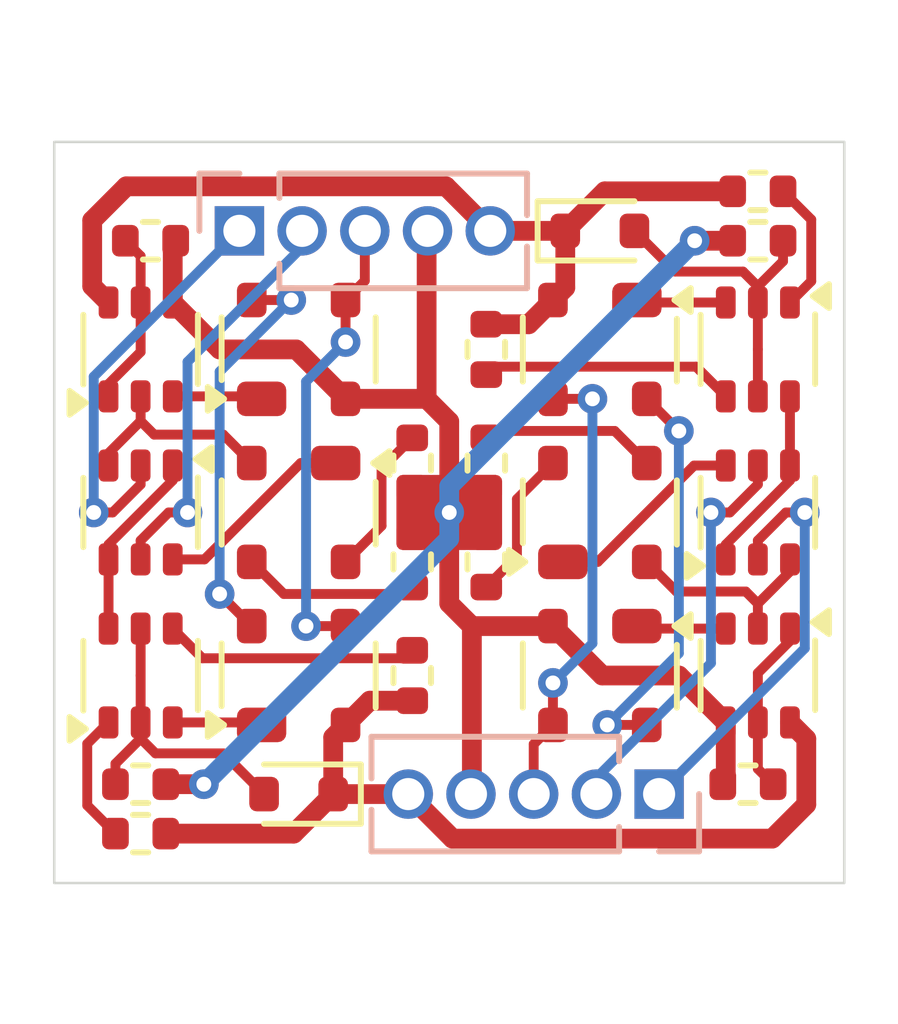
<source format=kicad_pcb>
(kicad_pcb (version 20241229) (generator "pcbnew") (generator_version "9.0")
  (layers (0 "F.Cu" signal) (2 "B.Cu" signal) (13 "F.Paste" user) (15 "B.Paste" user) (5 "F.SilkS" user "F.Silkscreen") (7 "B.SilkS" user "B.Silkscreen") (1 "F.Mask" user) (3 "B.Mask" user) (25 "Edge.Cuts" user))
  (net 0 "")
  (net 1 "Net-(D1-A)")
  (net 2 "V+")
  (net 3 "Net-(Q1-E2)")
  (net 4 "Net-(Q1-C1)")
  (net 5 "Net-(Q1-E1)")
  (net 6 "Net-(Q1-C2)")
  (net 7 "Net-(D2-A)")
  (net 8 "Net-(Q2A-E1)")
  (net 9 "1IN+")
  (net 10 "Net-(Q3B-E2)")
  (net 11 "Net-(Q3B-C2)")
  (net 12 "Net-(Q3A-E1)")
  (net 13 "V-")
  (net 14 "Net-(Q5B-C2)")
  (net 15 "Net-(Q5A-E1)")
  (net 16 "Net-(Q6-E2)")
  (net 17 "1IN-")
  (net 18 "1OUT")
  (net 19 "2IN+")
  (net 20 "2IN-")
  (net 21 "2OUT")
  (net 22 "Net-(Q4A-C1)")
  (net 23 "Net-(Q10A-B1)")
  (net 24 "Net-(Q4A-E1)")
  (net 25 "Net-(Q8-E2)")
  (net 26 "Net-(Q8-E1)")
  (net 27 "Net-(Q9A-E1)")
  (net 28 "Net-(Q9B-E2)")
  (net 29 "Net-(Q11-C2)")
  (net 30 "Net-(Q10A-E1)")
  (net 31 "Net-(Q10B-C2)")
  (net 32 "Net-(Q11-E2)")
  (footprint "Resistor_SMD:R_0402_1005Metric" (layer "F.Cu") (at 50.75 43.5)
    (property "Reference" "R8" (hide yes))
    (property "Value" "470")
    (fp_line (start -0.153641 -0.38) (end 0.153641 -0.38) (stroke (width 0.12)) (layer "F.SilkS"))
    (fp_line (start -0.153641 0.38) (end 0.153641 0.38) (stroke (width 0.12)) (layer "F.SilkS"))
    (pad "1" smd roundrect (at -0.51 0) (size 0.54 0.64) (layers "F.Cu" "F.Mask" "F.Paste") (net 2 "V+"))
    (pad "2" smd roundrect (at 0.51 0) (size 0.54 0.64) (layers "F.Cu" "F.Mask" "F.Paste") (net 27 "Net-(Q9A-E1)"))
  )
  (footprint "Package_TO_SOT_SMD:SOT-363_SC-70-6" (layer "F.Cu") (at 38.25 46.7 90)
    (property "Reference" "Q5" (hide yes))
    (property "Value" "BCM847BS")
    (fp_line (start -0.71 -1.16) (end 0.7 -1.16) (stroke (width 0.12)) (layer "F.SilkS"))
    (fp_line (start -0.7 1.16) (end 0.7 1.16) (stroke (width 0.12)) (layer "F.SilkS"))
    (fp_poly (pts (xy -1.08 -1.11) (xy -1.32 -1.44) (xy -0.84 -1.44) (xy -1.08 -1.11)) (stroke (width 0.12)) (fill yes) (layer "F.SilkS"))
    (pad "1" smd roundrect (at -0.95 -0.65 90) (size 0.65 0.4) (layers "F.Cu" "F.Mask" "F.Paste") (net 15 "Net-(Q5A-E1)"))
    (pad "2" smd roundrect (at -0.95 0 90) (size 0.65 0.4) (layers "F.Cu" "F.Mask" "F.Paste") (net 4 "Net-(Q1-C1)"))
    (pad "3" smd roundrect (at -0.95 0.65 90) (size 0.65 0.4) (layers "F.Cu" "F.Mask" "F.Paste") (net 14 "Net-(Q5B-C2)"))
    (pad "4" smd roundrect (at 0.95 0.65 90) (size 0.65 0.4) (layers "F.Cu" "F.Mask" "F.Paste") (net 13 "V-"))
    (pad "5" smd roundrect (at 0.95 0 90) (size 0.65 0.4) (layers "F.Cu" "F.Mask" "F.Paste") (net 15 "Net-(Q5A-E1)"))
    (pad "6" smd roundrect (at 0.95 -0.65 90) (size 0.65 0.4) (layers "F.Cu" "F.Mask" "F.Paste") (net 2 "V+"))
  )
  (footprint "Resistor_SMD:R_0402_1005Metric" (layer "F.Cu") (at 38.25 55.5)
    (property "Reference" "R7" (hide yes))
    (property "Value" "56k")
    (fp_line (start -0.153641 -0.38) (end 0.153641 -0.38) (stroke (width 0.12)) (layer "F.SilkS"))
    (fp_line (start -0.153641 0.38) (end 0.153641 0.38) (stroke (width 0.12)) (layer "F.SilkS"))
    (pad "1" smd roundrect (at -0.51 0) (size 0.54 0.64) (layers "F.Cu" "F.Mask" "F.Paste") (net 1 "Net-(D1-A)"))
    (pad "2" smd roundrect (at 0.51 0) (size 0.54 0.64) (layers "F.Cu" "F.Mask" "F.Paste") (net 13 "V-"))
  )
  (footprint "Resistor_SMD:R_0402_1005Metric" (layer "F.Cu") (at 50.75 44.5 180)
    (property "Reference" "R10" (hide yes))
    (property "Value" "56k")
    (fp_line (start -0.153641 0.38) (end 0.153641 0.38) (stroke (width 0.12)) (layer "F.SilkS"))
    (fp_line (start -0.153641 -0.38) (end 0.153641 -0.38) (stroke (width 0.12)) (layer "F.SilkS"))
    (pad "1" smd roundrect (at -0.51 0 180) (size 0.54 0.64) (layers "F.Cu" "F.Mask" "F.Paste") (net 7 "Net-(D2-A)"))
    (pad "2" smd roundrect (at 0.51 0 180) (size 0.54 0.64) (layers "F.Cu" "F.Mask" "F.Paste") (net 13 "V-"))
  )
  (footprint "Diode_SMD:D_SOD-523" (layer "F.Cu") (at 47.55 44.3)
    (property "Reference" "D2" (hide yes))
    (property "Value" "BZX585")
    (fp_line (start -1.26 -0.6) (end -1.26 0.6) (stroke (width 0.12)) (layer "F.SilkS"))
    (fp_line (start 0.7 -0.6) (end -1.26 -0.6) (stroke (width 0.12)) (layer "F.SilkS"))
    (fp_line (start 0.7 0.6) (end -1.26 0.6) (stroke (width 0.12)) (layer "F.SilkS"))
    (pad "1" smd roundrect (at -0.7 0 180) (size 0.6 0.7) (layers "F.Cu" "F.Mask" "F.Paste") (net 2 "V+"))
    (pad "2" smd roundrect (at 0.7 0 180) (size 0.6 0.7) (layers "F.Cu" "F.Mask" "F.Paste") (net 7 "Net-(D2-A)"))
  )
  (footprint "Resistor_SMD:R_0402_1005Metric" (layer "F.Cu") (at 38.45 44.5)
    (property "Reference" "R4" (hide yes))
    (property "Value" "470")
    (fp_line (start -0.153641 -0.38) (end 0.153641 -0.38) (stroke (width 0.12)) (layer "F.SilkS"))
    (fp_line (start -0.153641 0.38) (end 0.153641 0.38) (stroke (width 0.12)) (layer "F.SilkS"))
    (pad "1" smd roundrect (at -0.51 0) (size 0.54 0.64) (layers "F.Cu" "F.Mask" "F.Paste") (net 15 "Net-(Q5A-E1)"))
    (pad "2" smd roundrect (at 0.51 0) (size 0.54 0.64) (layers "F.Cu" "F.Mask" "F.Paste") (net 13 "V-"))
  )
  (footprint "Resistor_SMD:R_0402_1005Metric" (layer "F.Cu") (at 43.75 49 -90)
    (property "Reference" "R2" (hide yes))
    (property "Value" "1k")
    (fp_line (start -0.153641 0.38) (end 0.153641 0.38) (stroke (width 0.12)) (layer "F.SilkS"))
    (fp_line (start -0.153641 -0.38) (end 0.153641 -0.38) (stroke (width 0.12)) (layer "F.SilkS"))
    (pad "1" smd roundrect (at -0.51 0 270) (size 0.54 0.64) (layers "F.Cu" "F.Mask" "F.Paste") (net 3 "Net-(Q1-E2)"))
    (pad "2" smd roundrect (at 0.51 0 270) (size 0.54 0.64) (layers "F.Cu" "F.Mask" "F.Paste") (net 13 "V-"))
  )
  (footprint "Package_TO_SOT_SMD:SOT-143" (layer "F.Cu") (at 47.55 53.3 -90)
    (property "Reference" "Q12" (hide yes))
    (property "Value" "BCM62B")
    (fp_line (start -0.65 1.56) (end 0.65 1.56) (stroke (width 0.12)) (layer "F.SilkS"))
    (fp_line (start 0.65 -1.56) (end -0.62 -1.56) (stroke (width 0.12)) (layer "F.SilkS"))
    (fp_poly (pts (xy -1 -1.51) (xy -1.24 -1.84) (xy -0.76 -1.84) (xy -1 -1.51)) (stroke (width 0.12)) (fill yes) (layer "F.SilkS"))
    (pad "1" smd roundrect (at -1 -0.75 270) (size 0.7 1) (layers "F.Cu" "F.Mask" "F.Paste") (net 31 "Net-(Q10B-C2)"))
    (pad "2" smd roundrect (at -1 0.95 270) (size 0.7 0.6) (layers "F.Cu" "F.Mask" "F.Paste") (net 13 "V-"))
    (pad "3" smd roundrect (at 1 0.95 270) (size 0.7 0.6) (layers "F.Cu" "F.Mask" "F.Paste") (net 21 "2OUT"))
    (pad "4" smd roundrect (at 1 -0.95 270) (size 0.7 0.6) (layers "F.Cu" "F.Mask" "F.Paste") (net 32 "Net-(Q11-E2)"))
  )
  (footprint "Package_TO_SOT_SMD:SOT-143" (layer "F.Cu") (at 47.55 50 90)
    (property "Reference" "Q8" (hide yes))
    (property "Value" "BCM61B")
    (fp_line (start 0.65 -1.56) (end -0.62 -1.56) (stroke (width 0.12)) (layer "F.SilkS"))
    (fp_line (start -0.65 1.56) (end 0.65 1.56) (stroke (width 0.12)) (layer "F.SilkS"))
    (fp_poly (pts (xy -1 -1.51) (xy -1.24 -1.84) (xy -0.76 -1.84) (xy -1 -1.51)) (stroke (width 0.12)) (fill yes) (layer "F.SilkS"))
    (pad "1" smd roundrect (at -1 -0.75 90) (size 0.7 1) (layers "F.Cu" "F.Mask" "F.Paste") (net 22 "Net-(Q4A-C1)"))
    (pad "2" smd roundrect (at -1 0.95 90) (size 0.7 0.6) (layers "F.Cu" "F.Mask" "F.Paste") (net 23 "Net-(Q10A-B1)"))
    (pad "3" smd roundrect (at 1 0.95 90) (size 0.7 0.6) (layers "F.Cu" "F.Mask" "F.Paste") (net 26 "Net-(Q8-E1)"))
    (pad "4" smd roundrect (at 1 -0.95 90) (size 0.7 0.6) (layers "F.Cu" "F.Mask" "F.Paste") (net 25 "Net-(Q8-E2)"))
  )
  (footprint "Package_TO_SOT_SMD:SOT-363_SC-70-6" (layer "F.Cu") (at 38.25 53.3 90)
    (property "Reference" "Q3" (hide yes))
    (property "Value" "BCM857BS")
    (fp_line (start -0.71 -1.16) (end 0.7 -1.16) (stroke (width 0.12)) (layer "F.SilkS"))
    (fp_line (start -0.7 1.16) (end 0.7 1.16) (stroke (width 0.12)) (layer "F.SilkS"))
    (fp_poly (pts (xy -1.08 -1.11) (xy -1.32 -1.44) (xy -0.84 -1.44) (xy -1.08 -1.11)) (stroke (width 0.12)) (fill yes) (layer "F.SilkS"))
    (pad "1" smd roundrect (at -0.95 -0.65 90) (size 0.65 0.4) (layers "F.Cu" "F.Mask" "F.Paste") (net 12 "Net-(Q3A-E1)"))
    (pad "2" smd roundrect (at -0.95 0 90) (size 0.65 0.4) (layers "F.Cu" "F.Mask" "F.Paste") (net 1 "Net-(D1-A)"))
    (pad "3" smd roundrect (at -0.95 0.65 90) (size 0.65 0.4) (layers "F.Cu" "F.Mask" "F.Paste") (net 11 "Net-(Q3B-C2)"))
    (pad "4" smd roundrect (at 0.95 0.65 90) (size 0.65 0.4) (layers "F.Cu" "F.Mask" "F.Paste") (net 10 "Net-(Q3B-E2)"))
    (pad "5" smd roundrect (at 0.95 0 90) (size 0.65 0.4) (layers "F.Cu" "F.Mask" "F.Paste") (net 1 "Net-(D1-A)"))
    (pad "6" smd roundrect (at 0.95 -0.65 90) (size 0.65 0.4) (layers "F.Cu" "F.Mask" "F.Paste") (net 8 "Net-(Q2A-E1)"))
  )
  (footprint "Package_TO_SOT_SMD:SOT-143" (layer "F.Cu") (at 41.45 46.7 90)
    (property "Reference" "Q6" (hide yes))
    (property "Value" "BCM62B")
    (fp_line (start 0.65 -1.56) (end -0.62 -1.56) (stroke (width 0.12)) (layer "F.SilkS"))
    (fp_line (start -0.65 1.56) (end 0.65 1.56) (stroke (width 0.12)) (layer "F.SilkS"))
    (fp_poly (pts (xy -1 -1.51) (xy -1.24 -1.84) (xy -0.76 -1.84) (xy -1 -1.51)) (stroke (width 0.12)) (fill yes) (layer "F.SilkS"))
    (pad "1" smd roundrect (at -1 -0.75 90) (size 0.7 1) (layers "F.Cu" "F.Mask" "F.Paste") (net 14 "Net-(Q5B-C2)"))
    (pad "2" smd roundrect (at -1 0.95 90) (size 0.7 0.6) (layers "F.Cu" "F.Mask" "F.Paste") (net 13 "V-"))
    (pad "3" smd roundrect (at 1 0.95 90) (size 0.7 0.6) (layers "F.Cu" "F.Mask" "F.Paste") (net 18 "1OUT"))
    (pad "4" smd roundrect (at 1 -0.95 90) (size 0.7 0.6) (layers "F.Cu" "F.Mask" "F.Paste") (net 16 "Net-(Q6-E2)"))
  )
  (footprint "Resistor_SMD:R_0402_1005Metric" (layer "F.Cu") (at 38.25 56.5 180)
    (property "Reference" "R3" (hide yes))
    (property "Value" "470")
    (fp_line (start -0.153641 0.38) (end 0.153641 0.38) (stroke (width 0.12)) (layer "F.SilkS"))
    (fp_line (start -0.153641 -0.38) (end 0.153641 -0.38) (stroke (width 0.12)) (layer "F.SilkS"))
    (pad "1" smd roundrect (at -0.51 0 180) (size 0.54 0.64) (layers "F.Cu" "F.Mask" "F.Paste") (net 2 "V+"))
    (pad "2" smd roundrect (at 0.51 0 180) (size 0.54 0.64) (layers "F.Cu" "F.Mask" "F.Paste") (net 12 "Net-(Q3A-E1)"))
  )
  (footprint "Resistor_SMD:R_0402_1005Metric" (layer "F.Cu") (at 43.75 53.3 90)
    (property "Reference" "R5" (hide yes))
    (property "Value" "470")
    (fp_line (start -0.153641 -0.38) (end 0.153641 -0.38) (stroke (width 0.12)) (layer "F.SilkS"))
    (fp_line (start -0.153641 0.38) (end 0.153641 0.38) (stroke (width 0.12)) (layer "F.SilkS"))
    (pad "1" smd roundrect (at -0.51 0 90) (size 0.54 0.64) (layers "F.Cu" "F.Mask" "F.Paste") (net 2 "V+"))
    (pad "2" smd roundrect (at 0.51 0 90) (size 0.54 0.64) (layers "F.Cu" "F.Mask" "F.Paste") (net 10 "Net-(Q3B-E2)"))
  )
  (footprint "Package_TO_SOT_SMD:SOT-363_SC-70-6" (layer "F.Cu") (at 50.75 53.3 -90)
    (property "Reference" "Q10" (hide yes))
    (property "Value" "BCM847BS")
    (fp_line (start -0.7 1.16) (end 0.7 1.16) (stroke (width 0.12)) (layer "F.SilkS"))
    (fp_line (start -0.71 -1.16) (end 0.7 -1.16) (stroke (width 0.12)) (layer "F.SilkS"))
    (fp_poly (pts (xy -1.08 -1.11) (xy -1.32 -1.44) (xy -0.84 -1.44) (xy -1.08 -1.11)) (stroke (width 0.12)) (fill yes) (layer "F.SilkS"))
    (pad "1" smd roundrect (at -0.95 -0.65 270) (size 0.65 0.4) (layers "F.Cu" "F.Mask" "F.Paste") (net 30 "Net-(Q10A-E1)"))
    (pad "2" smd roundrect (at -0.95 0 270) (size 0.65 0.4) (layers "F.Cu" "F.Mask" "F.Paste") (net 23 "Net-(Q10A-B1)"))
    (pad "3" smd roundrect (at -0.95 0.65 270) (size 0.65 0.4) (layers "F.Cu" "F.Mask" "F.Paste") (net 31 "Net-(Q10B-C2)"))
    (pad "4" smd roundrect (at 0.95 0.65 270) (size 0.65 0.4) (layers "F.Cu" "F.Mask" "F.Paste") (net 13 "V-"))
    (pad "5" smd roundrect (at 0.95 0 270) (size 0.65 0.4) (layers "F.Cu" "F.Mask" "F.Paste") (net 30 "Net-(Q10A-E1)"))
    (pad "6" smd roundrect (at 0.95 -0.65 270) (size 0.65 0.4) (layers "F.Cu" "F.Mask" "F.Paste") (net 2 "V+"))
  )
  (footprint "Resistor_SMD:R_0402_1005Metric" (layer "F.Cu") (at 45.25 46.7 -90)
    (property "Reference" "R12" (hide yes))
    (property "Value" "470")
    (fp_line (start -0.153641 0.38) (end 0.153641 0.38) (stroke (width 0.12)) (layer "F.SilkS"))
    (fp_line (start -0.153641 -0.38) (end 0.153641 -0.38) (stroke (width 0.12)) (layer "F.SilkS"))
    (pad "1" smd roundrect (at -0.51 0 270) (size 0.54 0.64) (layers "F.Cu" "F.Mask" "F.Paste") (net 2 "V+"))
    (pad "2" smd roundrect (at 0.51 0 270) (size 0.54 0.64) (layers "F.Cu" "F.Mask" "F.Paste") (net 28 "Net-(Q9B-E2)"))
  )
  (footprint "Resistor_SMD:R_0402_1005Metric" (layer "F.Cu") (at 45.25 51 90)
    (property "Reference" "R6" (hide yes))
    (property "Value" "1k")
    (fp_line (start -0.153641 -0.38) (end 0.153641 -0.38) (stroke (width 0.12)) (layer "F.SilkS"))
    (fp_line (start -0.153641 0.38) (end 0.153641 0.38) (stroke (width 0.12)) (layer "F.SilkS"))
    (pad "1" smd roundrect (at -0.51 0 90) (size 0.54 0.64) (layers "F.Cu" "F.Mask" "F.Paste") (net 25 "Net-(Q8-E2)"))
    (pad "2" smd roundrect (at 0.51 0 90) (size 0.54 0.64) (layers "F.Cu" "F.Mask" "F.Paste") (net 13 "V-"))
  )
  (footprint "Resistor_SMD:R_0402_1005Metric" (layer "F.Cu") (at 43.75 51 90)
    (property "Reference" "R1" (hide yes))
    (property "Value" "1k")
    (fp_line (start -0.153641 -0.38) (end 0.153641 -0.38) (stroke (width 0.12)) (layer "F.SilkS"))
    (fp_line (start -0.153641 0.38) (end 0.153641 0.38) (stroke (width 0.12)) (layer "F.SilkS"))
    (pad "1" smd roundrect (at -0.51 0 90) (size 0.54 0.64) (layers "F.Cu" "F.Mask" "F.Paste") (net 5 "Net-(Q1-E1)"))
    (pad "2" smd roundrect (at 0.51 0 90) (size 0.54 0.64) (layers "F.Cu" "F.Mask" "F.Paste") (net 13 "V-"))
  )
  (footprint "Package_TO_SOT_SMD:SOT-363_SC-70-6" (layer "F.Cu") (at 50.75 50 90)
    (property "Reference" "Q4" (hide yes))
    (property "Value" "BCM857BS")
    (fp_line (start -0.71 -1.16) (end 0.7 -1.16) (stroke (width 0.12)) (layer "F.SilkS"))
    (fp_line (start -0.7 1.16) (end 0.7 1.16) (stroke (width 0.12)) (layer "F.SilkS"))
    (fp_poly (pts (xy -1.08 -1.11) (xy -1.32 -1.44) (xy -0.84 -1.44) (xy -1.08 -1.11)) (stroke (width 0.12)) (fill yes) (layer "F.SilkS"))
    (pad "1" smd roundrect (at -0.95 -0.65 90) (size 0.65 0.4) (layers "F.Cu" "F.Mask" "F.Paste") (net 24 "Net-(Q4A-E1)"))
    (pad "2" smd roundrect (at -0.95 0 90) (size 0.65 0.4) (layers "F.Cu" "F.Mask" "F.Paste") (net 20 "2IN-"))
    (pad "3" smd roundrect (at -0.95 0.65 90) (size 0.65 0.4) (layers "F.Cu" "F.Mask" "F.Paste") (net 23 "Net-(Q10A-B1)"))
    (pad "4" smd roundrect (at 0.95 0.65 90) (size 0.65 0.4) (layers "F.Cu" "F.Mask" "F.Paste") (net 24 "Net-(Q4A-E1)"))
    (pad "5" smd roundrect (at 0.95 0 90) (size 0.65 0.4) (layers "F.Cu" "F.Mask" "F.Paste") (net 19 "2IN+"))
    (pad "6" smd roundrect (at 0.95 -0.65 90) (size 0.65 0.4) (layers "F.Cu" "F.Mask" "F.Paste") (net 22 "Net-(Q4A-C1)"))
  )
  (footprint "Package_TO_SOT_SMD:SOT-143" (layer "F.Cu") (at 41.45 53.3 90)
    (property "Reference" "Q7" (hide yes))
    (property "Value" "BCM61B")
    (fp_line (start 0.65 -1.56) (end -0.62 -1.56) (stroke (width 0.12)) (layer "F.SilkS"))
    (fp_line (start -0.65 1.56) (end 0.65 1.56) (stroke (width 0.12)) (layer "F.SilkS"))
    (fp_poly (pts (xy -1 -1.51) (xy -1.24 -1.84) (xy -0.76 -1.84) (xy -1 -1.51)) (stroke (width 0.12)) (fill yes) (layer "F.SilkS"))
    (pad "1" smd roundrect (at -1 -0.75 90) (size 0.7 1) (layers "F.Cu" "F.Mask" "F.Paste") (net 11 "Net-(Q3B-C2)"))
    (pad "2" smd roundrect (at -1 0.95 90) (size 0.7 0.6) (layers "F.Cu" "F.Mask" "F.Paste") (net 2 "V+"))
    (pad "3" smd roundrect (at 1 0.95 90) (size 0.7 0.6) (layers "F.Cu" "F.Mask" "F.Paste") (net 18 "1OUT"))
    (pad "4" smd roundrect (at 1 -0.95 90) (size 0.7 0.6) (layers "F.Cu" "F.Mask" "F.Paste") (net 16 "Net-(Q6-E2)"))
  )
  (footprint "Package_TO_SOT_SMD:SOT-143" (layer "F.Cu") (at 41.45 50 -90)
    (property "Reference" "Q1" (hide yes))
    (property "Value" "BCM61B")
    (fp_line (start -0.65 1.56) (end 0.65 1.56) (stroke (width 0.12)) (layer "F.SilkS"))
    (fp_line (start 0.65 -1.56) (end -0.62 -1.56) (stroke (width 0.12)) (layer "F.SilkS"))
    (fp_poly (pts (xy -1 -1.51) (xy -1.24 -1.84) (xy -0.76 -1.84) (xy -1 -1.51)) (stroke (width 0.12)) (fill yes) (layer "F.SilkS"))
    (pad "1" smd roundrect (at -1 -0.75 270) (size 0.7 1) (layers "F.Cu" "F.Mask" "F.Paste") (net 6 "Net-(Q1-C2)"))
    (pad "2" smd roundrect (at -1 0.95 270) (size 0.7 0.6) (layers "F.Cu" "F.Mask" "F.Paste") (net 4 "Net-(Q1-C1)"))
    (pad "3" smd roundrect (at 1 0.95 270) (size 0.7 0.6) (layers "F.Cu" "F.Mask" "F.Paste") (net 5 "Net-(Q1-E1)"))
    (pad "4" smd roundrect (at 1 -0.95 270) (size 0.7 0.6) (layers "F.Cu" "F.Mask" "F.Paste") (net 3 "Net-(Q1-E2)"))
  )
  (footprint "Diode_SMD:D_SOD-523" (layer "F.Cu") (at 41.45 55.7 180)
    (property "Reference" "D1" (hide yes))
    (property "Value" "BZX585")
    (fp_line (start 0.7 0.6) (end -1.26 0.6) (stroke (width 0.12)) (layer "F.SilkS"))
    (fp_line (start 0.7 -0.6) (end -1.26 -0.6) (stroke (width 0.12)) (layer "F.SilkS"))
    (fp_line (start -1.26 -0.6) (end -1.26 0.6) (stroke (width 0.12)) (layer "F.SilkS"))
    (pad "1" smd roundrect (at -0.7 0) (size 0.6 0.7) (layers "F.Cu" "F.Mask" "F.Paste") (net 2 "V+"))
    (pad "2" smd roundrect (at 0.7 0) (size 0.6 0.7) (layers "F.Cu" "F.Mask" "F.Paste") (net 1 "Net-(D1-A)"))
  )
  (footprint "Resistor_SMD:R_0402_1005Metric" (layer "F.Cu") (at 50.55 55.5 180)
    (property "Reference" "R11" (hide yes))
    (property "Value" "470")
    (fp_line (start -0.153641 0.38) (end 0.153641 0.38) (stroke (width 0.12)) (layer "F.SilkS"))
    (fp_line (start -0.153641 -0.38) (end 0.153641 -0.38) (stroke (width 0.12)) (layer "F.SilkS"))
    (pad "1" smd roundrect (at -0.51 0 180) (size 0.54 0.64) (layers "F.Cu" "F.Mask" "F.Paste") (net 30 "Net-(Q10A-E1)"))
    (pad "2" smd roundrect (at 0.51 0 180) (size 0.54 0.64) (layers "F.Cu" "F.Mask" "F.Paste") (net 13 "V-"))
  )
  (footprint "Package_TO_SOT_SMD:SOT-143" (layer "F.Cu") (at 47.55 46.7 -90)
    (property "Reference" "Q11" (hide yes))
    (property "Value" "BCM61B")
    (fp_line (start -0.65 1.56) (end 0.65 1.56) (stroke (width 0.12)) (layer "F.SilkS"))
    (fp_line (start 0.65 -1.56) (end -0.62 -1.56) (stroke (width 0.12)) (layer "F.SilkS"))
    (fp_poly (pts (xy -1 -1.51) (xy -1.24 -1.84) (xy -0.76 -1.84) (xy -1 -1.51)) (stroke (width 0.12)) (fill yes) (layer "F.SilkS"))
    (pad "1" smd roundrect (at -1 -0.75 270) (size 0.7 1) (layers "F.Cu" "F.Mask" "F.Paste") (net 29 "Net-(Q11-C2)"))
    (pad "2" smd roundrect (at -1 0.95 270) (size 0.7 0.6) (layers "F.Cu" "F.Mask" "F.Paste") (net 2 "V+"))
    (pad "3" smd roundrect (at 1 0.95 270) (size 0.7 0.6) (layers "F.Cu" "F.Mask" "F.Paste") (net 21 "2OUT"))
    (pad "4" smd roundrect (at 1 -0.95 270) (size 0.7 0.6) (layers "F.Cu" "F.Mask" "F.Paste") (net 32 "Net-(Q11-E2)"))
  )
  (footprint "Resistor_SMD:R_0402_1005Metric" (layer "F.Cu") (at 45.25 49 -90)
    (property "Reference" "R9" (hide yes))
    (property "Value" "1k")
    (fp_line (start -0.153641 0.38) (end 0.153641 0.38) (stroke (width 0.12)) (layer "F.SilkS"))
    (fp_line (start -0.153641 -0.38) (end 0.153641 -0.38) (stroke (width 0.12)) (layer "F.SilkS"))
    (pad "1" smd roundrect (at -0.51 0 270) (size 0.54 0.64) (layers "F.Cu" "F.Mask" "F.Paste") (net 26 "Net-(Q8-E1)"))
    (pad "2" smd roundrect (at 0.51 0 270) (size 0.54 0.64) (layers "F.Cu" "F.Mask" "F.Paste") (net 13 "V-"))
  )
  (footprint "Package_TO_SOT_SMD:SOT-363_SC-70-6" (layer "F.Cu") (at 50.75 46.7 -90)
    (property "Reference" "Q9" (hide yes))
    (property "Value" "BCM857BS")
    (fp_line (start -0.7 1.16) (end 0.7 1.16) (stroke (width 0.12)) (layer "F.SilkS"))
    (fp_line (start -0.71 -1.16) (end 0.7 -1.16) (stroke (width 0.12)) (layer "F.SilkS"))
    (fp_poly (pts (xy -1.08 -1.11) (xy -1.32 -1.44) (xy -0.84 -1.44) (xy -1.08 -1.11)) (stroke (width 0.12)) (fill yes) (layer "F.SilkS"))
    (pad "1" smd roundrect (at -0.95 -0.65 270) (size 0.65 0.4) (layers "F.Cu" "F.Mask" "F.Paste") (net 27 "Net-(Q9A-E1)"))
    (pad "2" smd roundrect (at -0.95 0 270) (size 0.65 0.4) (layers "F.Cu" "F.Mask" "F.Paste") (net 7 "Net-(D2-A)"))
    (pad "3" smd roundrect (at -0.95 0.65 270) (size 0.65 0.4) (layers "F.Cu" "F.Mask" "F.Paste") (net 29 "Net-(Q11-C2)"))
    (pad "4" smd roundrect (at 0.95 0.65 270) (size 0.65 0.4) (layers "F.Cu" "F.Mask" "F.Paste") (net 28 "Net-(Q9B-E2)"))
    (pad "5" smd roundrect (at 0.95 0 270) (size 0.65 0.4) (layers "F.Cu" "F.Mask" "F.Paste") (net 7 "Net-(D2-A)"))
    (pad "6" smd roundrect (at 0.95 -0.65 270) (size 0.65 0.4) (layers "F.Cu" "F.Mask" "F.Paste") (net 24 "Net-(Q4A-E1)"))
  )
  (footprint "Package_TO_SOT_SMD:SOT-363_SC-70-6" (layer "F.Cu") (at 38.25 50 -90)
    (property "Reference" "Q2" (hide yes))
    (property "Value" "BCM857BS")
    (fp_line (start -0.7 1.16) (end 0.7 1.16) (stroke (width 0.12)) (layer "F.SilkS"))
    (fp_line (start -0.71 -1.16) (end 0.7 -1.16) (stroke (width 0.12)) (layer "F.SilkS"))
    (fp_poly (pts (xy -1.08 -1.11) (xy -1.32 -1.44) (xy -0.84 -1.44) (xy -1.08 -1.11)) (stroke (width 0.12)) (fill yes) (layer "F.SilkS"))
    (pad "1" smd roundrect (at -0.95 -0.65 270) (size 0.65 0.4) (layers "F.Cu" "F.Mask" "F.Paste") (net 8 "Net-(Q2A-E1)"))
    (pad "2" smd roundrect (at -0.95 0 270) (size 0.65 0.4) (layers "F.Cu" "F.Mask" "F.Paste") (net 17 "1IN-"))
    (pad "3" smd roundrect (at -0.95 0.65 270) (size 0.65 0.4) (layers "F.Cu" "F.Mask" "F.Paste") (net 4 "Net-(Q1-C1)"))
    (pad "4" smd roundrect (at 0.95 0.65 270) (size 0.65 0.4) (layers "F.Cu" "F.Mask" "F.Paste") (net 8 "Net-(Q2A-E1)"))
    (pad "5" smd roundrect (at 0.95 0 270) (size 0.65 0.4) (layers "F.Cu" "F.Mask" "F.Paste") (net 9 "1IN+"))
    (pad "6" smd roundrect (at 0.95 -0.65 270) (size 0.65 0.4) (layers "F.Cu" "F.Mask" "F.Paste") (net 6 "Net-(Q1-C2)"))
  )
  (footprint "Connector_PinHeader_1.27mm:PinHeader_1x05_P1.27mm_Vertical" (layer "B.Cu") (at 40.25 44.3 -90)
    (property "Reference" "J1" (hide yes))
    (property "Value" "Conn_01x05")
    (fp_line (start -1.16 0.81) (end 0 0.81) (stroke (width 0.12)) (layer "B.SilkS"))
    (fp_line (start -1.16 0) (end -1.16 0.81) (stroke (width 0.12)) (layer "B.SilkS"))
    (fp_line (start -1.16 -0.81) (end -0.666708 -0.81) (stroke (width 0.12)) (layer "B.SilkS"))
    (fp_line (start -1.16 -0.81) (end -1.16 -5.825) (stroke (width 0.12)) (layer "B.SilkS"))
    (fp_line (start 0.666708 -0.81) (end 1.16 -0.81) (stroke (width 0.12)) (layer "B.SilkS"))
    (fp_line (start 1.16 -0.81) (end 1.16 -5.825) (stroke (width 0.12)) (layer "B.SilkS"))
    (fp_line (start -1.16 -5.825) (end -0.317923 -5.825) (stroke (width 0.12)) (layer "B.SilkS"))
    (fp_line (start 0.317923 -5.825) (end 1.16 -5.825) (stroke (width 0.12)) (layer "B.SilkS"))
    (pad "1" thru_hole rect (at 0 0 270) (size 1 1) (drill 0.65) (layers "*.Cu" "*.Mask") (net 17 "1IN-"))
    (pad "2" thru_hole circle (at 0 -1.27 270) (size 1 1) (drill 0.65) (layers "*.Cu" "*.Mask") (net 9 "1IN+"))
    (pad "3" thru_hole circle (at 0 -2.54 270) (size 1 1) (drill 0.65) (layers "*.Cu" "*.Mask") (net 18 "1OUT"))
    (pad "4" thru_hole circle (at 0 -3.81 270) (size 1 1) (drill 0.65) (layers "*.Cu" "*.Mask") (net 13 "V-"))
    (pad "5" thru_hole circle (at 0 -5.08 270) (size 1 1) (drill 0.65) (layers "*.Cu" "*.Mask") (net 2 "V+"))
  )
  (footprint "Connector_PinHeader_1.27mm:PinHeader_1x05_P1.27mm_Vertical" (layer "B.Cu") (at 48.75 55.7 90)
    (property "Reference" "J2" (hide yes))
    (property "Value" "Conn_01x05")
    (fp_line (start 0.317923 -5.825) (end 1.16 -5.825) (stroke (width 0.12)) (layer "B.SilkS"))
    (fp_line (start -1.16 -5.825) (end -0.317923 -5.825) (stroke (width 0.12)) (layer "B.SilkS"))
    (fp_line (start 1.16 -0.81) (end 1.16 -5.825) (stroke (width 0.12)) (layer "B.SilkS"))
    (fp_line (start 0.666708 -0.81) (end 1.16 -0.81) (stroke (width 0.12)) (layer "B.SilkS"))
    (fp_line (start -1.16 -0.81) (end -1.16 -5.825) (stroke (width 0.12)) (layer "B.SilkS"))
    (fp_line (start -1.16 -0.81) (end -0.666708 -0.81) (stroke (width 0.12)) (layer "B.SilkS"))
    (fp_line (start -1.16 0) (end -1.16 0.81) (stroke (width 0.12)) (layer "B.SilkS"))
    (fp_line (start -1.16 0.81) (end 0 0.81) (stroke (width 0.12)) (layer "B.SilkS"))
    (pad "1" thru_hole rect (at 0 0 90) (size 1 1) (drill 0.65) (layers "*.Cu" "*.Mask") (net 20 "2IN-"))
    (pad "2" thru_hole circle (at 0 -1.27 90) (size 1 1) (drill 0.65) (layers "*.Cu" "*.Mask") (net 19 "2IN+"))
    (pad "3" thru_hole circle (at 0 -2.54 90) (size 1 1) (drill 0.65) (layers "*.Cu" "*.Mask") (net 21 "2OUT"))
    (pad "4" thru_hole circle (at 0 -3.81 90) (size 1 1) (drill 0.65) (layers "*.Cu" "*.Mask") (net 13 "V-"))
    (pad "5" thru_hole circle (at 0 -5.08 90) (size 1 1) (drill 0.65) (layers "*.Cu" "*.Mask") (net 2 "V+"))
  )
  (gr_rect (start 36.5 42.5) (end 52.5 57.5) (stroke (width 0.05)) (fill no) (layer "Edge.Cuts"))
  (segment (start 37.74 55.084999) (end 38.25 54.574999) (width 0.2) (layer "F.Cu") (net 1))
  (segment (start 38.25 54.574999) (end 38.25 54.25) (width 0.2) (layer "F.Cu") (net 1))
  (segment (start 38.25 53.3) (end 38.25 52.35) (width 0.2) (layer "F.Cu") (net 1))
  (segment (start 39.926 54.876) (end 38.551001 54.876) (width 0.2) (layer "F.Cu") (net 1))
  (segment (start 40.75 55.7) (end 39.926 54.876) (width 0.2) (layer "F.Cu") (net 1))
  (segment (start 37.74 55.5) (end 37.74 55.084999) (width 0.2) (layer "F.Cu") (net 1))
  (segment (start 38.25 54.25) (end 38.25 53.3) (width 0.2) (layer "F.Cu") (net 1))
  (segment (start 38.551001 54.876) (end 38.25 54.574999) (width 0.2) (layer "F.Cu") (net 1))
  (segment (start 47.65 43.5) (end 46.85 44.3) (width 0.4) (layer "F.Cu") (net 2))
  (segment (start 46.85 45.45) (end 46.85 44.3) (width 0.4) (layer "F.Cu") (net 2))
  (segment (start 37.269 44.08924) (end 37.95924 43.399) (width 0.4) (layer "F.Cu") (net 2))
  (segment (start 42.15 54.55) (end 42.15 55.7) (width 0.4) (layer "F.Cu") (net 2))
  (segment (start 45.33 44.295793) (end 45.33 44.3) (width 0.4) (layer "F.Cu") (net 2))
  (segment (start 46.6 45.7) (end 46.85 45.45) (width 0.4) (layer "F.Cu") (net 2))
  (segment (start 51.4 54.25) (end 51.731 54.581) (width 0.4) (layer "F.Cu") (net 2))
  (segment (start 46.11 46.19) (end 46.6 45.7) (width 0.4) (layer "F.Cu") (net 2))
  (segment (start 44.433207 43.399) (end 45.33 44.295793) (width 0.4) (layer "F.Cu") (net 2))
  (segment (start 51.731 55.91076) (end 51.04076 56.601) (width 0.4) (layer "F.Cu") (net 2))
  (segment (start 41.35 56.5) (end 42.15 55.7) (width 0.4) (layer "F.Cu") (net 2))
  (segment (start 51.731 54.581) (end 51.731 55.91076) (width 0.4) (layer "F.Cu") (net 2))
  (segment (start 51.04076 56.601) (end 44.566793 56.601) (width 0.4) (layer "F.Cu") (net 2))
  (segment (start 37.269 45.419) (end 37.269 44.08924) (width 0.4) (layer "F.Cu") (net 2))
  (segment (start 45.33 44.3) (end 46.85 44.3) (width 0.4) (layer "F.Cu") (net 2))
  (segment (start 43.75 53.81) (end 42.89 53.81) (width 0.4) (layer "F.Cu") (net 2))
  (segment (start 43.67 55.7) (end 42.15 55.7) (width 0.4) (layer "F.Cu") (net 2))
  (segment (start 44.566793 56.601) (end 43.67 55.704207) (width 0.4) (layer "F.Cu") (net 2))
  (segment (start 45.25 46.19) (end 46.11 46.19) (width 0.4) (layer "F.Cu") (net 2))
  (segment (start 50.24 43.5) (end 47.65 43.5) (width 0.4) (layer "F.Cu") (net 2))
  (segment (start 38.76 56.5) (end 41.35 56.5) (width 0.4) (layer "F.Cu") (net 2))
  (segment (start 43.67 55.704207) (end 43.67 55.7) (width 0.4) (layer "F.Cu") (net 2))
  (segment (start 37.6 45.75) (end 37.269 45.419) (width 0.4) (layer "F.Cu") (net 2))
  (segment (start 42.4 54.3) (end 42.15 54.55) (width 0.4) (layer "F.Cu") (net 2))
  (segment (start 42.89 53.81) (end 42.4 54.3) (width 0.4) (layer "F.Cu") (net 2))
  (segment (start 37.95924 43.399) (end 44.433207 43.399) (width 0.4) (layer "F.Cu") (net 2))
  (segment (start 43.129 49.111) (end 43.75 48.49) (width 0.2) (layer "F.Cu") (net 3))
  (segment (start 42.4 51) (end 43.129 50.271) (width 0.2) (layer "F.Cu") (net 3))
  (segment (start 43.129 50.271) (end 43.129 49.111) (width 0.2) (layer "F.Cu") (net 3))
  (segment (start 40.5 49) (end 39.924 48.424) (width 0.2) (layer "F.Cu") (net 4))
  (segment (start 38.25 48.150057) (end 37.6 48.800057) (width 0.2) (layer "F.Cu") (net 4))
  (segment (start 37.6 48.800057) (end 37.6 49.05) (width 0.2) (layer "F.Cu") (net 4))
  (segment (start 38.523943 48.424) (end 38.25 48.150057) (width 0.2) (layer "F.Cu") (net 4))
  (segment (start 38.25 47.65) (end 38.25 48.150057) (width 0.2) (layer "F.Cu") (net 4))
  (segment (start 39.924 48.424) (end 38.523943 48.424) (width 0.2) (layer "F.Cu") (net 4))
  (segment (start 43.61 51.65) (end 43.75 51.51) (width 0.2) (layer "F.Cu") (net 5))
  (segment (start 40.5 51) (end 41.15 51.65) (width 0.2) (layer "F.Cu") (net 5))
  (segment (start 41.15 51.65) (end 43.61 51.65) (width 0.2) (layer "F.Cu") (net 5))
  (segment (start 39.541968 50.95) (end 41.491968 49) (width 0.2) (layer "F.Cu") (net 6))
  (segment (start 38.9 50.95) (end 39.541968 50.95) (width 0.2) (layer "F.Cu") (net 6))
  (segment (start 41.491968 49) (end 42.2 49) (width 0.2) (layer "F.Cu") (net 6))
  (segment (start 48.25 44.3) (end 49.074 45.124) (width 0.2) (layer "F.Cu") (net 7))
  (segment (start 50.75 45.75) (end 50.75 46.7) (width 0.2) (layer "F.Cu") (net 7))
  (segment (start 51.26 44.5) (end 51.26 44.915001) (width 0.2) (layer "F.Cu") (net 7))
  (segment (start 51.26 44.915001) (end 50.75 45.425001) (width 0.2) (layer "F.Cu") (net 7))
  (segment (start 49.074 45.124) (end 50.448999 45.124) (width 0.2) (layer "F.Cu") (net 7))
  (segment (start 50.75 46.7) (end 50.75 47.65) (width 0.2) (layer "F.Cu") (net 7))
  (segment (start 50.75 45.425001) (end 50.75 45.75) (width 0.2) (layer "F.Cu") (net 7))
  (segment (start 50.448999 45.124) (end 50.75 45.425001) (width 0.2) (layer "F.Cu") (net 7))
  (segment (start 37.6 50.65) (end 37.6 50.95) (width 0.2) (layer "F.Cu") (net 8))
  (segment (start 37.6 52.35) (end 37.6 50.95) (width 0.2) (layer "F.Cu") (net 8))
  (segment (start 38.9 49.35) (end 37.6 50.65) (width 0.2) (layer "F.Cu") (net 8))
  (segment (start 38.9 49.05) (end 38.9 49.35) (width 0.2) (layer "F.Cu") (net 8))
  (segment (start 38.25 50.95) (end 38.25 50.5671) (width 0.2) (layer "F.Cu") (net 9))
  (segment (start 38.25 50.5671) (end 38.8171 50) (width 0.2) (layer "F.Cu") (net 9))
  (segment (start 38.8171 50) (end 39.2 50) (width 0.2) (layer "F.Cu") (net 9))
  (via (at 39.2 50) (size 0.6) (drill 0.3) (layers "F.Cu" "B.Cu") (net 9))
  (segment (start 41.52 44.3) (end 41.52 44.630057) (width 0.2) (layer "B.Cu") (net 9))
  (segment (start 41.52 44.630057) (end 39.2 46.950057) (width 0.2) (layer "B.Cu") (net 9))
  (segment (start 39.2 46.950057) (end 39.2 50) (width 0.2) (layer "B.Cu") (net 9))
  (segment (start 38.9 52.35) (end 39.501 52.951) (width 0.2) (layer "F.Cu") (net 10))
  (segment (start 39.501 52.951) (end 43.589 52.951) (width 0.2) (layer "F.Cu") (net 10))
  (segment (start 43.589 52.951) (end 43.75 52.79) (width 0.2) (layer "F.Cu") (net 10))
  (segment (start 40.65 54.25) (end 40.7 54.3) (width 0.2) (layer "F.Cu") (net 11))
  (segment (start 38.9 54.25) (end 40.65 54.25) (width 0.2) (layer "F.Cu") (net 11))
  (segment (start 37.169 54.681) (end 37.169 55.929) (width 0.2) (layer "F.Cu") (net 12))
  (segment (start 37.169 55.929) (end 37.74 56.5) (width 0.2) (layer "F.Cu") (net 12))
  (segment (start 37.6 54.25) (end 37.169 54.681) (width 0.2) (layer "F.Cu") (net 12))
  (segment (start 44.95824 52.3) (end 44.95824 55.68176) (width 0.4) (layer "F.Cu") (net 13))
  (segment (start 50.1 54.25) (end 50.1 55.44) (width 0.4) (layer "F.Cu") (net 13))
  (segment (start 50.1 54.25) (end 49.15 53.3) (width 0.4) (layer "F.Cu") (net 13))
  (segment (start 44.04176 47.7) (end 44.04176 44.31824) (width 0.4) (layer "F.Cu") (net 13))
  (segment (start 38.9 44.56) (end 38.96 44.5) (width 0.4) (layer "F.Cu") (net 13))
  (segment (start 46.6 52.3) (end 44.95824 52.3) (width 0.4) (layer "F.Cu") (net 13))
  (segment (start 44.95824 52.3) (end 44.5 51.84176) (width 0.4) (layer "F.Cu") (net 13))
  (segment (start 47.6 53.3) (end 46.6 52.3) (width 0.4) (layer "F.Cu") (net 13))
  (segment (start 44.5 51.84176) (end 44.5 50) (width 0.4) (layer "F.Cu") (net 13))
  (segment (start 44.04176 47.7) (end 44.5 48.15824) (width 0.4) (layer "F.Cu") (net 13))
  (segment (start 38.76 55.5) (end 39.53 55.5) (width 0.4) (layer "F.Cu") (net 13))
  (segment (start 49.15 53.3) (end 47.6 53.3) (width 0.4) (layer "F.Cu") (net 13))
  (segment (start 39.85 46.7) (end 41.4 46.7) (width 0.4) (layer "F.Cu") (net 13))
  (segment (start 44.04176 44.31824) (end 44.06 44.3) (width 0.4) (layer "F.Cu") (net 13))
  (segment (start 44.95824 55.68176) (end 44.94 55.7) (width 0.4) (layer "F.Cu") (net 13))
  (segment (start 38.9 45.75) (end 39.85 46.7) (width 0.4) (layer "F.Cu") (net 13))
  (segment (start 50.1 55.44) (end 50.04 55.5) (width 0.4) (layer "F.Cu") (net 13))
  (segment (start 50.24 44.5) (end 49.47 44.5) (width 0.4) (layer "F.Cu") (net 13))
  (segment (start 38.9 45.75) (end 38.9 44.56) (width 0.4) (layer "F.Cu") (net 13))
  (segment (start 44.5 48.15824) (end 44.5 50) (width 0.4) (layer "F.Cu") (net 13))
  (segment (start 41.4 46.7) (end 42.4 47.7) (width 0.4) (layer "F.Cu") (net 13))
  (segment (start 42.4 47.7) (end 44.04176 47.7) (width 0.4) (layer "F.Cu") (net 13))
  (via (at 49.47 44.5) (size 0.6) (drill 0.3) (layers "F.Cu" "B.Cu") (net 13))
  (via (at 39.53 55.5) (size 0.6) (drill 0.3) (layers "F.Cu" "B.Cu") (net 13))
  (via (at 44.5 50) (size 0.6) (drill 0.3) (layers "F.Cu" "B.Cu") (net 13))
  (segment (start 44.5 49.47) (end 44.5 50) (width 0.4) (layer "B.Cu") (net 13))
  (segment (start 39.53 55.5) (end 44.5 50.53) (width 0.4) (layer "B.Cu") (net 13))
  (segment (start 44.5 50.53) (end 44.5 50) (width 0.4) (layer "B.Cu") (net 13))
  (segment (start 49.47 44.5) (end 44.5 49.47) (width 0.4) (layer "B.Cu") (net 13))
  (segment (start 38.9 47.65) (end 40.65 47.65) (width 0.2) (layer "F.Cu") (net 14))
  (segment (start 40.65 47.65) (end 40.7 47.7) (width 0.2) (layer "F.Cu") (net 14))
  (segment (start 37.6 47.4) (end 37.6 47.65) (width 0.2) (layer "F.Cu") (net 15))
  (segment (start 38.25 45.75) (end 38.25 46.75) (width 0.2) (layer "F.Cu") (net 15))
  (segment (start 38.25 44.81) (end 37.94 44.5) (width 0.2) (layer "F.Cu") (net 15))
  (segment (start 38.25 45.75) (end 38.25 44.81) (width 0.2) (layer "F.Cu") (net 15))
  (segment (start 38.25 46.75) (end 37.6 47.4) (width 0.2) (layer "F.Cu") (net 15))
  (segment (start 39.85 51.65) (end 40.5 52.3) (width 0.2) (layer "F.Cu") (net 16))
  (segment (start 40.5 45.7) (end 41.3 45.7) (width 0.2) (layer "F.Cu") (net 16))
  (via (at 39.85 51.65) (size 0.6) (drill 0.3) (layers "F.Cu" "B.Cu") (net 16))
  (via (at 41.3 45.7) (size 0.6) (drill 0.3) (layers "F.Cu" "B.Cu") (net 16))
  (segment (start 39.85 47.15) (end 39.85 51.65) (width 0.2) (layer "B.Cu") (net 16))
  (segment (start 41.3 45.7) (end 39.85 47.15) (width 0.2) (layer "B.Cu") (net 16))
  (segment (start 37.6829 50) (end 37.3 50) (width 0.2) (layer "F.Cu") (net 17))
  (segment (start 38.25 49.4329) (end 37.6829 50) (width 0.2) (layer "F.Cu") (net 17))
  (segment (start 38.25 49.05) (end 38.25 49.4329) (width 0.2) (layer "F.Cu") (net 17))
  (via (at 37.3 50) (size 0.6) (drill 0.3) (layers "F.Cu" "B.Cu") (net 17))
  (segment (start 37.3 47.25) (end 40.25 44.3) (width 0.2) (layer "B.Cu") (net 17))
  (segment (start 37.3 50) (end 37.3 47.25) (width 0.2) (layer "B.Cu") (net 17))
  (segment (start 42.4 52.3) (end 41.6 52.3) (width 0.2) (layer "F.Cu") (net 18))
  (segment (start 42.79 44.3) (end 42.79 45.31) (width 0.2) (layer "F.Cu") (net 18))
  (segment (start 42.4 45.7) (end 42.4 46.55) (width 0.2) (layer "F.Cu") (net 18))
  (segment (start 42.79 45.31) (end 42.4 45.7) (width 0.2) (layer "F.Cu") (net 18))
  (via (at 41.6 52.3) (size 0.6) (drill 0.3) (layers "F.Cu" "B.Cu") (net 18))
  (via (at 42.4 46.55) (size 0.6) (drill 0.3) (layers "F.Cu" "B.Cu") (net 18))
  (segment (start 42.4 46.55) (end 41.6 47.35) (width 0.2) (layer "B.Cu") (net 18))
  (segment (start 41.6 47.35) (end 41.6 52.3) (width 0.2) (layer "B.Cu") (net 18))
  (segment (start 50.75 49.05) (end 50.75 49.4329) (width 0.2) (layer "F.Cu") (net 19))
  (segment (start 50.75 49.4329) (end 50.1829 50) (width 0.2) (layer "F.Cu") (net 19))
  (segment (start 50.1829 50) (end 49.8 50) (width 0.2) (layer "F.Cu") (net 19))
  (via (at 49.8 50) (size 0.6) (drill 0.3) (layers "F.Cu" "B.Cu") (net 19))
  (segment (start 47.48 55.7) (end 47.48 55.369943) (width 0.2) (layer "B.Cu") (net 19))
  (segment (start 49.8 53.049943) (end 49.8 50) (width 0.2) (layer "B.Cu") (net 19))
  (segment (start 47.48 55.369943) (end 49.8 53.049943) (width 0.2) (layer "B.Cu") (net 19))
  (segment (start 50.75 50.95) (end 50.75 50.5671) (width 0.2) (layer "F.Cu") (net 20))
  (segment (start 50.75 50.5671) (end 51.3171 50) (width 0.2) (layer "F.Cu") (net 20))
  (segment (start 51.3171 50) (end 51.7 50) (width 0.2) (layer "F.Cu") (net 20))
  (via (at 51.7 50) (size 0.6) (drill 0.3) (layers "F.Cu" "B.Cu") (net 20))
  (segment (start 51.7 52.75) (end 48.75 55.7) (width 0.2) (layer "B.Cu") (net 20))
  (segment (start 51.7 50) (end 51.7 52.75) (width 0.2) (layer "B.Cu") (net 20))
  (segment (start 46.6 47.7) (end 47.4 47.7) (width 0.2) (layer "F.Cu") (net 21))
  (segment (start 46.21 55.7) (end 46.21 54.69) (width 0.2) (layer "F.Cu") (net 21))
  (segment (start 46.21 54.69) (end 46.6 54.3) (width 0.2) (layer "F.Cu") (net 21))
  (segment (start 46.6 53.45) (end 46.6 54.3) (width 0.2) (layer "F.Cu") (net 21))
  (via (at 47.4 47.7) (size 0.6) (drill 0.3) (layers "F.Cu" "B.Cu") (net 21))
  (via (at 46.6 53.45) (size 0.6) (drill 0.3) (layers "F.Cu" "B.Cu") (net 21))
  (segment (start 47.4 52.65) (end 47.4 47.7) (width 0.2) (layer "B.Cu") (net 21))
  (segment (start 46.6 53.45) (end 47.4 52.65) (width 0.2) (layer "B.Cu") (net 21))
  (segment (start 47.508032 51) (end 46.8 51) (width 0.2) (layer "F.Cu") (net 22))
  (segment (start 49.458032 49.05) (end 47.508032 51) (width 0.2) (layer "F.Cu") (net 22))
  (segment (start 50.1 49.05) (end 49.458032 49.05) (width 0.2) (layer "F.Cu") (net 22))
  (segment (start 50.50513 51.6) (end 50.75 51.84487) (width 0.2) (layer "F.Cu") (net 23))
  (segment (start 48.5 51) (end 49.1 51.6) (width 0.2) (layer "F.Cu") (net 23))
  (segment (start 50.75 52.35) (end 50.75 51.84487) (width 0.2) (layer "F.Cu") (net 23))
  (segment (start 51.4 51.19487) (end 51.4 50.95) (width 0.2) (layer "F.Cu") (net 23))
  (segment (start 50.75 51.84487) (end 51.4 51.19487) (width 0.2) (layer "F.Cu") (net 23))
  (segment (start 49.1 51.6) (end 50.50513 51.6) (width 0.2) (layer "F.Cu") (net 23))
  (segment (start 50.1 50.95) (end 50.1 50.65) (width 0.2) (layer "F.Cu") (net 24))
  (segment (start 51.4 49.35) (end 51.4 49.05) (width 0.2) (layer "F.Cu") (net 24))
  (segment (start 50.1 50.65) (end 51.4 49.35) (width 0.2) (layer "F.Cu") (net 24))
  (segment (start 51.4 47.65) (end 51.4 49.05) (width 0.2) (layer "F.Cu") (net 24))
  (segment (start 46.6 49) (end 45.871 49.729) (width 0.2) (layer "F.Cu") (net 25))
  (segment (start 45.871 49.729) (end 45.871 50.889) (width 0.2) (layer "F.Cu") (net 25))
  (segment (start 45.871 50.889) (end 45.25 51.51) (width 0.2) (layer "F.Cu") (net 25))
  (segment (start 47.85 48.35) (end 45.39 48.35) (width 0.2) (layer "F.Cu") (net 26))
  (segment (start 45.39 48.35) (end 45.25 48.49) (width 0.2) (layer "F.Cu") (net 26))
  (segment (start 48.5 49) (end 47.85 48.35) (width 0.2) (layer "F.Cu") (net 26))
  (segment (start 51.831 45.319) (end 51.831 44.071) (width 0.2) (layer "F.Cu") (net 27))
  (segment (start 51.831 44.071) (end 51.26 43.5) (width 0.2) (layer "F.Cu") (net 27))
  (segment (start 51.4 45.75) (end 51.831 45.319) (width 0.2) (layer "F.Cu") (net 27))
  (segment (start 49.499 47.049) (end 45.411 47.049) (width 0.2) (layer "F.Cu") (net 28))
  (segment (start 50.1 47.65) (end 49.499 47.049) (width 0.2) (layer "F.Cu") (net 28))
  (segment (start 45.411 47.049) (end 45.25 47.21) (width 0.2) (layer "F.Cu") (net 28))
  (segment (start 48.35 45.75) (end 48.3 45.7) (width 0.2) (layer "F.Cu") (net 29))
  (segment (start 50.1 45.75) (end 48.35 45.75) (width 0.2) (layer "F.Cu") (net 29))
  (segment (start 50.75 53.25) (end 51.4 52.6) (width 0.2) (layer "F.Cu") (net 30))
  (segment (start 50.75 55.19) (end 51.06 55.5) (width 0.2) (layer "F.Cu") (net 30))
  (segment (start 51.4 52.6) (end 51.4 52.35) (width 0.2) (layer "F.Cu") (net 30))
  (segment (start 50.75 54.25) (end 50.75 53.25) (width 0.2) (layer "F.Cu") (net 30))
  (segment (start 50.75 54.25) (end 50.75 55.19) (width 0.2) (layer "F.Cu") (net 30))
  (segment (start 50.1 52.35) (end 48.35 52.35) (width 0.2) (layer "F.Cu") (net 31))
  (segment (start 48.35 52.35) (end 48.3 52.3) (width 0.2) (layer "F.Cu") (net 31))
  (segment (start 48.5 47.7) (end 49.15 48.35) (width 0.2) (layer "F.Cu") (net 32))
  (segment (start 48.5 54.3) (end 47.7 54.3) (width 0.2) (layer "F.Cu") (net 32))
  (via (at 47.7 54.3) (size 0.6) (drill 0.3) (layers "F.Cu" "B.Cu") (net 32))
  (via (at 49.15 48.35) (size 0.6) (drill 0.3) (layers "F.Cu" "B.Cu") (net 32))
  (segment (start 49.15 52.85) (end 49.15 48.35) (width 0.2) (layer "B.Cu") (net 32))
  (segment (start 47.7 54.3) (end 49.15 52.85) (width 0.2) (layer "B.Cu") (net 32))
  (zone (net 13) (net_name "V-") (layer "F.Cu") (connect_pads yes (clearance 0)) (min_thickness 0.25) (fill yes (thermal_gap 0.5) (thermal_bridge_width 0.5))
    (polygon (pts (xy 43.43 49.24) (xy 45.57 49.24) (xy 45.57 50.76) (xy 43.43 50.76)))
  )
)
</source>
